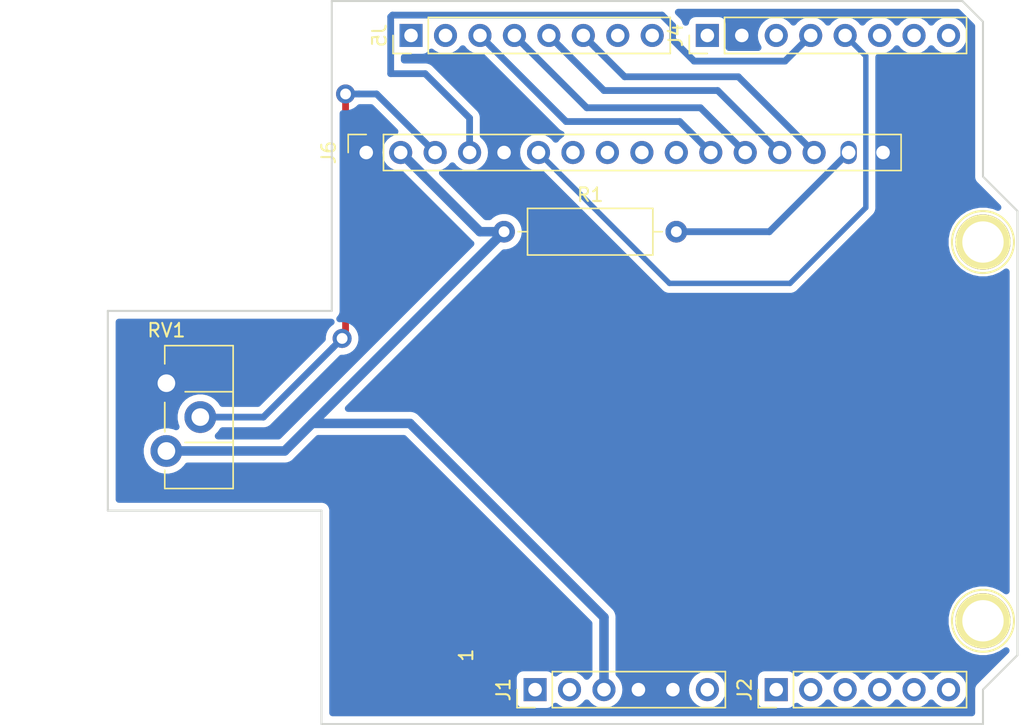
<source format=kicad_pcb>
(kicad_pcb (version 20171130) (host pcbnew 5.1.2-f72e74a~84~ubuntu16.04.1)

  (general
    (thickness 1.6)
    (drawings 31)
    (tracks 53)
    (zones 0)
    (modules 9)
    (nets 35)
  )

  (page A4)
  (title_block
    (date "lun. 30 mars 2015")
  )

  (layers
    (0 F.Cu signal)
    (31 B.Cu signal)
    (32 B.Adhes user)
    (33 F.Adhes user)
    (34 B.Paste user)
    (35 F.Paste user)
    (36 B.SilkS user)
    (37 F.SilkS user)
    (38 B.Mask user)
    (39 F.Mask user)
    (40 Dwgs.User user)
    (41 Cmts.User user)
    (42 Eco1.User user)
    (43 Eco2.User user)
    (44 Edge.Cuts user)
    (45 Margin user)
    (46 B.CrtYd user)
    (47 F.CrtYd user)
    (48 B.Fab user)
    (49 F.Fab user)
  )

  (setup
    (last_trace_width 0.5)
    (user_trace_width 0.25)
    (user_trace_width 0.5)
    (trace_clearance 0.2)
    (zone_clearance 0.5)
    (zone_45_only no)
    (trace_min 0.2)
    (via_size 0.6)
    (via_drill 0.4)
    (via_min_size 0.4)
    (via_min_drill 0.3)
    (uvia_size 0.3)
    (uvia_drill 0.1)
    (uvias_allowed no)
    (uvia_min_size 0.2)
    (uvia_min_drill 0.1)
    (edge_width 0.15)
    (segment_width 0.15)
    (pcb_text_width 0.3)
    (pcb_text_size 1.5 1.5)
    (mod_edge_width 0.15)
    (mod_text_size 1 1)
    (mod_text_width 0.15)
    (pad_size 1.7 1.2)
    (pad_drill 1)
    (pad_to_mask_clearance 0)
    (solder_mask_min_width 0.25)
    (aux_axis_origin 18.288 69.723)
    (grid_origin 110.998 73.025)
    (visible_elements FFFFFF7F)
    (pcbplotparams
      (layerselection 0x01000_fffffffe)
      (usegerberextensions false)
      (usegerberattributes false)
      (usegerberadvancedattributes false)
      (creategerberjobfile false)
      (excludeedgelayer true)
      (linewidth 0.100000)
      (plotframeref false)
      (viasonmask false)
      (mode 1)
      (useauxorigin true)
      (hpglpennumber 1)
      (hpglpenspeed 20)
      (hpglpendiameter 15.000000)
      (psnegative false)
      (psa4output false)
      (plotreference true)
      (plotvalue true)
      (plotinvisibletext false)
      (padsonsilk false)
      (subtractmaskfromsilk false)
      (outputformat 1)
      (mirror false)
      (drillshape 0)
      (scaleselection 1)
      (outputdirectory "Gerber/"))
  )

  (net 0 "")
  (net 1 +5V)
  (net 2 GND)
  (net 3 "Net-(P6-Pad1)")
  (net 4 "Net-(P8-Pad1)")
  (net 5 +3V3)
  (net 6 Vin)
  (net 7 RESET)
  (net 8 A5)
  (net 9 A4)
  (net 10 A3)
  (net 11 A2)
  (net 12 A1)
  (net 13 A0)
  (net 14 D8)
  (net 15 D9)
  (net 16 D10)
  (net 17 D11)
  (net 18 D12)
  (net 19 D13)
  (net 20 AREF)
  (net 21 D0)
  (net 22 D1)
  (net 23 D2)
  (net 24 D3)
  (net 25 D4)
  (net 26 D5)
  (net 27 D6)
  (net 28 D7)
  (net 29 "Net-(J6-Pad15)")
  (net 30 "Net-(J6-Pad10)")
  (net 31 "Net-(J6-Pad9)")
  (net 32 "Net-(J6-Pad8)")
  (net 33 "Net-(J6-Pad7)")
  (net 34 "Net-(J6-Pad3)")

  (net_class Default "This is the default net class."
    (clearance 0.2)
    (trace_width 0.5)
    (via_dia 0.6)
    (via_drill 0.4)
    (uvia_dia 0.3)
    (uvia_drill 0.1)
    (add_net A0)
    (add_net A1)
    (add_net A2)
    (add_net A3)
    (add_net A4)
    (add_net A5)
    (add_net AREF)
    (add_net D0)
    (add_net D1)
    (add_net D10)
    (add_net D11)
    (add_net D12)
    (add_net D13)
    (add_net D2)
    (add_net D3)
    (add_net D4)
    (add_net D5)
    (add_net D6)
    (add_net D7)
    (add_net D8)
    (add_net D9)
    (add_net GND)
    (add_net "Net-(J6-Pad10)")
    (add_net "Net-(J6-Pad15)")
    (add_net "Net-(J6-Pad3)")
    (add_net "Net-(J6-Pad7)")
    (add_net "Net-(J6-Pad8)")
    (add_net "Net-(J6-Pad9)")
    (add_net "Net-(P6-Pad1)")
    (add_net "Net-(P8-Pad1)")
    (add_net RESET)
    (add_net Vin)
  )

  (net_class Power ""
    (clearance 0.4)
    (trace_width 0.7)
    (via_dia 0.6)
    (via_drill 0.4)
    (uvia_dia 0.3)
    (uvia_drill 0.1)
    (diff_pair_width 0.5)
    (diff_pair_gap 0.5)
    (add_net +3V3)
    (add_net +5V)
  )

  (module Potentiometer_THT:Potentiometer_Piher_PT-10-H01_Horizontal (layer F.Cu) (tedit 5A3D4993) (tstamp 5D29018C)
    (at 24.13 44.577)
    (descr "Potentiometer, horizontal, Piher PT-10-H01, http://www.piher-nacesa.com/pdf/12-PT10v03.pdf")
    (tags "Potentiometer horizontal Piher PT-10-H01")
    (path /5D249600)
    (fp_text reference RV1 (at 0 -3.9) (layer F.SilkS)
      (effects (font (size 1 1) (thickness 0.15)))
    )
    (fp_text value R_POT_TRIM_US (at 0 8.9) (layer F.Fab)
      (effects (font (size 1 1) (thickness 0.15)))
    )
    (fp_line (start 4.8 -2.65) (end 4.8 7.65) (layer F.Fab) (width 0.1))
    (fp_line (start 4.8 7.65) (end 0 7.65) (layer F.Fab) (width 0.1))
    (fp_line (start 0 7.65) (end 0 -2.65) (layer F.Fab) (width 0.1))
    (fp_line (start 0 -2.65) (end 4.8 -2.65) (layer F.Fab) (width 0.1))
    (fp_line (start 0 0.75) (end 0 4.25) (layer F.Fab) (width 0.1))
    (fp_line (start 0 4.25) (end 4.8 4.25) (layer F.Fab) (width 0.1))
    (fp_line (start 4.8 4.25) (end 4.8 0.75) (layer F.Fab) (width 0.1))
    (fp_line (start 4.8 0.75) (end 0 0.75) (layer F.Fab) (width 0.1))
    (fp_line (start -0.121 -2.771) (end 4.92 -2.771) (layer F.SilkS) (width 0.12))
    (fp_line (start -0.121 7.77) (end 4.92 7.77) (layer F.SilkS) (width 0.12))
    (fp_line (start 4.92 -2.771) (end 4.92 7.77) (layer F.SilkS) (width 0.12))
    (fp_line (start -0.121 6.425) (end -0.121 7.77) (layer F.SilkS) (width 0.12))
    (fp_line (start -0.121 -2.771) (end -0.121 -1.426) (layer F.SilkS) (width 0.12))
    (fp_line (start -0.121 1.426) (end -0.121 3.575) (layer F.SilkS) (width 0.12))
    (fp_line (start 1.381 0.63) (end 4.92 0.63) (layer F.SilkS) (width 0.12))
    (fp_line (start 1.381 4.37) (end 4.92 4.37) (layer F.SilkS) (width 0.12))
    (fp_line (start -0.121 1.426) (end -0.121 3.575) (layer F.SilkS) (width 0.12))
    (fp_line (start 4.92 0.63) (end 4.92 4.37) (layer F.SilkS) (width 0.12))
    (fp_line (start -1.45 -2.95) (end -1.45 7.9) (layer F.CrtYd) (width 0.05))
    (fp_line (start -1.45 7.9) (end 5.05 7.9) (layer F.CrtYd) (width 0.05))
    (fp_line (start 5.05 7.9) (end 5.05 -2.95) (layer F.CrtYd) (width 0.05))
    (fp_line (start 5.05 -2.95) (end -1.45 -2.95) (layer F.CrtYd) (width 0.05))
    (fp_text user %R (at 2.4 2.5) (layer F.Fab)
      (effects (font (size 1 1) (thickness 0.15)))
    )
    (pad 3 thru_hole circle (at 0 5) (size 2.34 2.34) (drill 1.3) (layers *.Cu *.Mask)
      (net 1 +5V))
    (pad 2 thru_hole circle (at 2.5 2.5) (size 2.34 2.34) (drill 1.3) (layers *.Cu *.Mask)
      (net 34 "Net-(J6-Pad3)"))
    (pad 1 thru_hole circle (at 0 0) (size 2.34 2.34) (drill 1.3) (layers *.Cu *.Mask)
      (net 2 GND))
    (model ${KISYS3DMOD}/Potentiometer_THT.3dshapes/Potentiometer_Piher_PT-10-H01_Horizontal.wrl
      (at (xyz 0 0 0))
      (scale (xyz 1 1 1))
      (rotate (xyz 0 0 0))
    )
  )

  (module Resistor_THT:R_Axial_DIN0309_L9.0mm_D3.2mm_P12.70mm_Horizontal (layer F.Cu) (tedit 5AE5139B) (tstamp 5D1B6BE4)
    (at 49.022 33.401)
    (descr "Resistor, Axial_DIN0309 series, Axial, Horizontal, pin pitch=12.7mm, 0.5W = 1/2W, length*diameter=9*3.2mm^2, http://cdn-reichelt.de/documents/datenblatt/B400/1_4W%23YAG.pdf")
    (tags "Resistor Axial_DIN0309 series Axial Horizontal pin pitch 12.7mm 0.5W = 1/2W length 9mm diameter 3.2mm")
    (path /5D276386)
    (fp_text reference R1 (at 6.35 -2.72) (layer F.SilkS)
      (effects (font (size 1 1) (thickness 0.15)))
    )
    (fp_text value 220 (at 6.35 2.72) (layer F.Fab)
      (effects (font (size 1 1) (thickness 0.15)))
    )
    (fp_text user %R (at 6.35 0) (layer F.Fab)
      (effects (font (size 1 1) (thickness 0.15)))
    )
    (fp_line (start 13.75 -1.85) (end -1.05 -1.85) (layer F.CrtYd) (width 0.05))
    (fp_line (start 13.75 1.85) (end 13.75 -1.85) (layer F.CrtYd) (width 0.05))
    (fp_line (start -1.05 1.85) (end 13.75 1.85) (layer F.CrtYd) (width 0.05))
    (fp_line (start -1.05 -1.85) (end -1.05 1.85) (layer F.CrtYd) (width 0.05))
    (fp_line (start 11.66 0) (end 10.97 0) (layer F.SilkS) (width 0.12))
    (fp_line (start 1.04 0) (end 1.73 0) (layer F.SilkS) (width 0.12))
    (fp_line (start 10.97 -1.72) (end 1.73 -1.72) (layer F.SilkS) (width 0.12))
    (fp_line (start 10.97 1.72) (end 10.97 -1.72) (layer F.SilkS) (width 0.12))
    (fp_line (start 1.73 1.72) (end 10.97 1.72) (layer F.SilkS) (width 0.12))
    (fp_line (start 1.73 -1.72) (end 1.73 1.72) (layer F.SilkS) (width 0.12))
    (fp_line (start 12.7 0) (end 10.85 0) (layer F.Fab) (width 0.1))
    (fp_line (start 0 0) (end 1.85 0) (layer F.Fab) (width 0.1))
    (fp_line (start 10.85 -1.6) (end 1.85 -1.6) (layer F.Fab) (width 0.1))
    (fp_line (start 10.85 1.6) (end 10.85 -1.6) (layer F.Fab) (width 0.1))
    (fp_line (start 1.85 1.6) (end 10.85 1.6) (layer F.Fab) (width 0.1))
    (fp_line (start 1.85 -1.6) (end 1.85 1.6) (layer F.Fab) (width 0.1))
    (pad 2 thru_hole oval (at 12.7 0) (size 1.6 1.6) (drill 0.8) (layers *.Cu *.Mask)
      (net 29 "Net-(J6-Pad15)"))
    (pad 1 thru_hole circle (at 0 0) (size 1.6 1.6) (drill 0.8) (layers *.Cu *.Mask)
      (net 1 +5V))
    (model ${KISYS3DMOD}/Resistor_THT.3dshapes/R_Axial_DIN0309_L9.0mm_D3.2mm_P12.70mm_Horizontal.wrl
      (at (xyz 0 0 0))
      (scale (xyz 1 1 1))
      (rotate (xyz 0 0 0))
    )
  )

  (module Connector_PinSocket_2.54mm:PinSocket_1x16_P2.54mm_Vertical (layer F.Cu) (tedit 5D1F04E9) (tstamp 5D1B6E8F)
    (at 38.862 27.559 90)
    (descr "Through hole straight socket strip, 1x16, 2.54mm pitch, single row (from Kicad 4.0.7), script generated")
    (tags "Through hole socket strip THT 1x16 2.54mm single row")
    (path /5D22B720)
    (fp_text reference J6 (at 0 -2.77 90) (layer F.SilkS)
      (effects (font (size 1 1) (thickness 0.15)))
    )
    (fp_text value Conn_01x16 (at 0 40.87 90) (layer F.Fab)
      (effects (font (size 1 1) (thickness 0.15)))
    )
    (fp_text user %R (at 0 19.05) (layer F.Fab)
      (effects (font (size 1 1) (thickness 0.15)))
    )
    (fp_line (start -1.8 39.9) (end -1.8 -1.8) (layer F.CrtYd) (width 0.05))
    (fp_line (start 1.75 39.9) (end -1.8 39.9) (layer F.CrtYd) (width 0.05))
    (fp_line (start 1.75 -1.8) (end 1.75 39.9) (layer F.CrtYd) (width 0.05))
    (fp_line (start -1.8 -1.8) (end 1.75 -1.8) (layer F.CrtYd) (width 0.05))
    (fp_line (start 0 -1.33) (end 1.33 -1.33) (layer F.SilkS) (width 0.12))
    (fp_line (start 1.33 -1.33) (end 1.33 0) (layer F.SilkS) (width 0.12))
    (fp_line (start 1.33 1.27) (end 1.33 39.43) (layer F.SilkS) (width 0.12))
    (fp_line (start -1.33 39.43) (end 1.33 39.43) (layer F.SilkS) (width 0.12))
    (fp_line (start -1.33 1.27) (end -1.33 39.43) (layer F.SilkS) (width 0.12))
    (fp_line (start -1.33 1.27) (end 1.33 1.27) (layer F.SilkS) (width 0.12))
    (fp_line (start -1.27 39.37) (end -1.27 -1.27) (layer F.Fab) (width 0.1))
    (fp_line (start 1.27 39.37) (end -1.27 39.37) (layer F.Fab) (width 0.1))
    (fp_line (start 1.27 -0.635) (end 1.27 39.37) (layer F.Fab) (width 0.1))
    (fp_line (start 0.635 -1.27) (end 1.27 -0.635) (layer F.Fab) (width 0.1))
    (fp_line (start -1.27 -1.27) (end 0.635 -1.27) (layer F.Fab) (width 0.1))
    (pad 16 thru_hole oval (at 0 38.1 90) (size 1.7 1.1) (drill 1) (layers *.Cu *.Mask)
      (net 2 GND))
    (pad 15 thru_hole oval (at 0 35.56 90) (size 1.7 1.2) (drill 1) (layers *.Cu *.Mask)
      (net 29 "Net-(J6-Pad15)"))
    (pad 14 thru_hole oval (at 0 33.02 90) (size 1.7 1.7) (drill 1) (layers *.Cu *.Mask)
      (net 23 D2))
    (pad 13 thru_hole oval (at 0 30.48 90) (size 1.7 1.7) (drill 1) (layers *.Cu *.Mask)
      (net 24 D3))
    (pad 12 thru_hole oval (at 0 27.94 90) (size 1.7 1.7) (drill 1) (layers *.Cu *.Mask)
      (net 25 D4))
    (pad 11 thru_hole oval (at 0 25.4 90) (size 1.7 1.7) (drill 1) (layers *.Cu *.Mask)
      (net 26 D5))
    (pad 10 thru_hole oval (at 0 22.86 90) (size 1.7 1.7) (drill 1) (layers *.Cu *.Mask)
      (net 30 "Net-(J6-Pad10)"))
    (pad 9 thru_hole oval (at 0 20.32 90) (size 1.7 1.7) (drill 1) (layers *.Cu *.Mask)
      (net 31 "Net-(J6-Pad9)"))
    (pad 8 thru_hole oval (at 0 17.78 90) (size 1.7 1.7) (drill 1) (layers *.Cu *.Mask)
      (net 32 "Net-(J6-Pad8)"))
    (pad 7 thru_hole oval (at 0 15.24 90) (size 1.7 1.7) (drill 1) (layers *.Cu *.Mask)
      (net 33 "Net-(J6-Pad7)"))
    (pad 6 thru_hole oval (at 0 12.7 90) (size 1.7 1.7) (drill 1) (layers *.Cu *.Mask)
      (net 17 D11))
    (pad 5 thru_hole oval (at 0 10.16 90) (size 1.7 1.7) (drill 1) (layers *.Cu *.Mask)
      (net 2 GND))
    (pad 4 thru_hole oval (at 0 7.62 90) (size 1.7 1.7) (drill 1) (layers *.Cu *.Mask)
      (net 18 D12))
    (pad 3 thru_hole oval (at 0 5.08 90) (size 1.7 1.7) (drill 1) (layers *.Cu *.Mask)
      (net 34 "Net-(J6-Pad3)"))
    (pad 2 thru_hole oval (at 0 2.54 90) (size 1.7 1.7) (drill 1) (layers *.Cu *.Mask)
      (net 1 +5V))
    (pad 1 thru_hole rect (at 0 0 90) (size 1.7 1.7) (drill 1) (layers *.Cu *.Mask)
      (net 2 GND))
    (model ${KISYS3DMOD}/Connector_PinSocket_2.54mm.3dshapes/PinSocket_1x16_P2.54mm_Vertical.wrl
      (at (xyz 0 0 0))
      (scale (xyz 1 1 1))
      (rotate (xyz 0 0 0))
    )
  )

  (module Connector_PinHeader_2.54mm:PinHeader_1x08_P2.54mm_Vertical (layer F.Cu) (tedit 5D1B9FFC) (tstamp 5D1B6E30)
    (at 42.165 18.923 90)
    (descr "Through hole straight pin header, 1x08, 2.54mm pitch, single row")
    (tags "Through hole pin header THT 1x08 2.54mm single row")
    (path /5D1B4BFD)
    (fp_text reference J5 (at 0 -2.33 90) (layer F.SilkS)
      (effects (font (size 1 1) (thickness 0.15)) (justify mirror))
    )
    (fp_text value Digital (at 0 20.11 180) (layer F.Fab)
      (effects (font (size 1 1) (thickness 0.15)))
    )
    (fp_text user %R (at 0 8.89) (layer F.Fab)
      (effects (font (size 1 1) (thickness 0.15)))
    )
    (fp_line (start 1.8 -1.8) (end -1.8 -1.8) (layer F.CrtYd) (width 0.05))
    (fp_line (start 1.8 19.55) (end 1.8 -1.8) (layer F.CrtYd) (width 0.05))
    (fp_line (start -1.8 19.55) (end 1.8 19.55) (layer F.CrtYd) (width 0.05))
    (fp_line (start -1.8 -1.8) (end -1.8 19.55) (layer F.CrtYd) (width 0.05))
    (fp_line (start -1.33 -1.33) (end 0 -1.33) (layer F.SilkS) (width 0.12))
    (fp_line (start -1.33 0) (end -1.33 -1.33) (layer F.SilkS) (width 0.12))
    (fp_line (start -1.33 1.27) (end 1.33 1.27) (layer F.SilkS) (width 0.12))
    (fp_line (start 1.33 1.27) (end 1.33 19.11) (layer F.SilkS) (width 0.12))
    (fp_line (start -1.33 1.27) (end -1.33 19.11) (layer F.SilkS) (width 0.12))
    (fp_line (start -1.33 19.11) (end 1.33 19.11) (layer F.SilkS) (width 0.12))
    (fp_line (start -1.27 -0.635) (end -0.635 -1.27) (layer F.Fab) (width 0.1))
    (fp_line (start -1.27 19.05) (end -1.27 -0.635) (layer F.Fab) (width 0.1))
    (fp_line (start 1.27 19.05) (end -1.27 19.05) (layer F.Fab) (width 0.1))
    (fp_line (start 1.27 -1.27) (end 1.27 19.05) (layer F.Fab) (width 0.1))
    (fp_line (start -0.635 -1.27) (end 1.27 -1.27) (layer F.Fab) (width 0.1))
    (pad 8 thru_hole oval (at 0 17.78 90) (size 1.7 1.7) (drill 1) (layers *.Cu *.Mask)
      (net 21 D0))
    (pad 7 thru_hole oval (at 0 15.24 90) (size 1.7 1.7) (drill 1) (layers *.Cu *.Mask)
      (net 22 D1))
    (pad 6 thru_hole oval (at 0 12.7 90) (size 1.7 1.7) (drill 1) (layers *.Cu *.Mask)
      (net 23 D2))
    (pad 5 thru_hole oval (at 0 10.16 90) (size 1.7 1.7) (drill 1) (layers *.Cu *.Mask)
      (net 24 D3))
    (pad 4 thru_hole oval (at 0 7.62 90) (size 1.7 1.7) (drill 1) (layers *.Cu *.Mask)
      (net 25 D4))
    (pad 3 thru_hole oval (at 0 5.08 90) (size 1.7 1.7) (drill 1) (layers *.Cu *.Mask)
      (net 26 D5))
    (pad 2 thru_hole oval (at 0 2.54 90) (size 1.7 1.7) (drill 1) (layers *.Cu *.Mask)
      (net 27 D6))
    (pad 1 thru_hole rect (at 0 0 90) (size 1.7 1.7) (drill 1) (layers *.Cu *.Mask)
      (net 28 D7))
    (model ${KISYS3DMOD}/Connector_PinHeader_2.54mm.3dshapes/PinHeader_1x08_P2.54mm_Vertical.wrl
      (at (xyz 0 0 0))
      (scale (xyz 1 1 1))
      (rotate (xyz 0 0 0))
    )
  )

  (module Connector_PinHeader_2.54mm:PinHeader_1x08_P2.54mm_Vertical (layer F.Cu) (tedit 59FED5CC) (tstamp 5D1B6B9C)
    (at 64.008 18.923 90)
    (descr "Through hole straight pin header, 1x08, 2.54mm pitch, single row")
    (tags "Through hole pin header THT 1x08 2.54mm single row")
    (path /5D1B3CEA)
    (fp_text reference J4 (at 0 -2.33 90) (layer F.SilkS)
      (effects (font (size 1 1) (thickness 0.15)))
    )
    (fp_text value Digital (at 0 20.11 90) (layer F.Fab)
      (effects (font (size 1 1) (thickness 0.15)))
    )
    (fp_text user %R (at 0 8.89) (layer F.Fab)
      (effects (font (size 1 1) (thickness 0.15)))
    )
    (fp_line (start 1.8 -1.8) (end -1.8 -1.8) (layer F.CrtYd) (width 0.05))
    (fp_line (start 1.8 19.55) (end 1.8 -1.8) (layer F.CrtYd) (width 0.05))
    (fp_line (start -1.8 19.55) (end 1.8 19.55) (layer F.CrtYd) (width 0.05))
    (fp_line (start -1.8 -1.8) (end -1.8 19.55) (layer F.CrtYd) (width 0.05))
    (fp_line (start -1.33 -1.33) (end 0 -1.33) (layer F.SilkS) (width 0.12))
    (fp_line (start -1.33 0) (end -1.33 -1.33) (layer F.SilkS) (width 0.12))
    (fp_line (start -1.33 1.27) (end 1.33 1.27) (layer F.SilkS) (width 0.12))
    (fp_line (start 1.33 1.27) (end 1.33 19.11) (layer F.SilkS) (width 0.12))
    (fp_line (start -1.33 1.27) (end -1.33 19.11) (layer F.SilkS) (width 0.12))
    (fp_line (start -1.33 19.11) (end 1.33 19.11) (layer F.SilkS) (width 0.12))
    (fp_line (start -1.27 -0.635) (end -0.635 -1.27) (layer F.Fab) (width 0.1))
    (fp_line (start -1.27 19.05) (end -1.27 -0.635) (layer F.Fab) (width 0.1))
    (fp_line (start 1.27 19.05) (end -1.27 19.05) (layer F.Fab) (width 0.1))
    (fp_line (start 1.27 -1.27) (end 1.27 19.05) (layer F.Fab) (width 0.1))
    (fp_line (start -0.635 -1.27) (end 1.27 -1.27) (layer F.Fab) (width 0.1))
    (pad 8 thru_hole oval (at 0 17.78 90) (size 1.7 1.7) (drill 1) (layers *.Cu *.Mask)
      (net 14 D8))
    (pad 7 thru_hole oval (at 0 15.24 90) (size 1.7 1.7) (drill 1) (layers *.Cu *.Mask)
      (net 15 D9))
    (pad 6 thru_hole oval (at 0 12.7 90) (size 1.7 1.7) (drill 1) (layers *.Cu *.Mask)
      (net 16 D10))
    (pad 5 thru_hole oval (at 0 10.16 90) (size 1.7 1.7) (drill 1) (layers *.Cu *.Mask)
      (net 17 D11))
    (pad 4 thru_hole oval (at 0 7.62 90) (size 1.7 1.7) (drill 1) (layers *.Cu *.Mask)
      (net 18 D12))
    (pad 3 thru_hole oval (at 0 5.08 90) (size 1.7 1.7) (drill 1) (layers *.Cu *.Mask)
      (net 19 D13))
    (pad 2 thru_hole oval (at 0 2.54 90) (size 1.7 1.7) (drill 1) (layers *.Cu *.Mask)
      (net 2 GND))
    (pad 1 thru_hole rect (at 0 0 90) (size 1.7 1.7) (drill 1) (layers *.Cu *.Mask)
      (net 20 AREF))
    (model ${KISYS3DMOD}/Connector_PinHeader_2.54mm.3dshapes/PinHeader_1x08_P2.54mm_Vertical.wrl
      (at (xyz 0 0 0))
      (scale (xyz 1 1 1))
      (rotate (xyz 0 0 0))
    )
  )

  (module Connector_PinHeader_2.54mm:PinHeader_1x06_P2.54mm_Vertical (layer F.Cu) (tedit 59FED5CC) (tstamp 5D1B6C24)
    (at 69.088 67.183 90)
    (descr "Through hole straight pin header, 1x06, 2.54mm pitch, single row")
    (tags "Through hole pin header THT 1x06 2.54mm single row")
    (path /5D1B2F8F)
    (fp_text reference J2 (at 0 -2.33 90) (layer F.SilkS)
      (effects (font (size 1 1) (thickness 0.15)))
    )
    (fp_text value Analog (at 0 15.03 90) (layer F.Fab)
      (effects (font (size 1 1) (thickness 0.15)))
    )
    (fp_text user %R (at 0 6.35) (layer F.Fab)
      (effects (font (size 1 1) (thickness 0.15)))
    )
    (fp_line (start 1.8 -1.8) (end -1.8 -1.8) (layer F.CrtYd) (width 0.05))
    (fp_line (start 1.8 14.5) (end 1.8 -1.8) (layer F.CrtYd) (width 0.05))
    (fp_line (start -1.8 14.5) (end 1.8 14.5) (layer F.CrtYd) (width 0.05))
    (fp_line (start -1.8 -1.8) (end -1.8 14.5) (layer F.CrtYd) (width 0.05))
    (fp_line (start -1.33 -1.33) (end 0 -1.33) (layer F.SilkS) (width 0.12))
    (fp_line (start -1.33 0) (end -1.33 -1.33) (layer F.SilkS) (width 0.12))
    (fp_line (start -1.33 1.27) (end 1.33 1.27) (layer F.SilkS) (width 0.12))
    (fp_line (start 1.33 1.27) (end 1.33 14.03) (layer F.SilkS) (width 0.12))
    (fp_line (start -1.33 1.27) (end -1.33 14.03) (layer F.SilkS) (width 0.12))
    (fp_line (start -1.33 14.03) (end 1.33 14.03) (layer F.SilkS) (width 0.12))
    (fp_line (start -1.27 -0.635) (end -0.635 -1.27) (layer F.Fab) (width 0.1))
    (fp_line (start -1.27 13.97) (end -1.27 -0.635) (layer F.Fab) (width 0.1))
    (fp_line (start 1.27 13.97) (end -1.27 13.97) (layer F.Fab) (width 0.1))
    (fp_line (start 1.27 -1.27) (end 1.27 13.97) (layer F.Fab) (width 0.1))
    (fp_line (start -0.635 -1.27) (end 1.27 -1.27) (layer F.Fab) (width 0.1))
    (pad 6 thru_hole oval (at 0 12.7 90) (size 1.7 1.7) (drill 1) (layers *.Cu *.Mask)
      (net 8 A5))
    (pad 5 thru_hole oval (at 0 10.16 90) (size 1.7 1.7) (drill 1) (layers *.Cu *.Mask)
      (net 9 A4))
    (pad 4 thru_hole oval (at 0 7.62 90) (size 1.7 1.7) (drill 1) (layers *.Cu *.Mask)
      (net 10 A3))
    (pad 3 thru_hole oval (at 0 5.08 90) (size 1.7 1.7) (drill 1) (layers *.Cu *.Mask)
      (net 11 A2))
    (pad 2 thru_hole oval (at 0 2.54 90) (size 1.7 1.7) (drill 1) (layers *.Cu *.Mask)
      (net 12 A1))
    (pad 1 thru_hole rect (at 0 0 90) (size 1.7 1.7) (drill 1) (layers *.Cu *.Mask)
      (net 13 A0))
    (model ${KISYS3DMOD}/Connector_PinHeader_2.54mm.3dshapes/PinHeader_1x06_P2.54mm_Vertical.wrl
      (at (xyz 0 0 0))
      (scale (xyz 1 1 1))
      (rotate (xyz 0 0 0))
    )
  )

  (module Connector_PinHeader_2.54mm:PinHeader_1x06_P2.54mm_Vertical (layer F.Cu) (tedit 59FED5CC) (tstamp 5D1B6C72)
    (at 51.308 67.183 90)
    (descr "Through hole straight pin header, 1x06, 2.54mm pitch, single row")
    (tags "Through hole pin header THT 1x06 2.54mm single row")
    (path /5D1B1A67)
    (fp_text reference J1 (at 0 -2.33 90) (layer F.SilkS)
      (effects (font (size 1 1) (thickness 0.15)))
    )
    (fp_text value Power (at 0 15.03 90) (layer F.Fab)
      (effects (font (size 1 1) (thickness 0.15)))
    )
    (fp_text user %R (at 0 6.35) (layer F.Fab)
      (effects (font (size 1 1) (thickness 0.15)))
    )
    (fp_line (start 1.8 -1.8) (end -1.8 -1.8) (layer F.CrtYd) (width 0.05))
    (fp_line (start 1.8 14.5) (end 1.8 -1.8) (layer F.CrtYd) (width 0.05))
    (fp_line (start -1.8 14.5) (end 1.8 14.5) (layer F.CrtYd) (width 0.05))
    (fp_line (start -1.8 -1.8) (end -1.8 14.5) (layer F.CrtYd) (width 0.05))
    (fp_line (start -1.33 -1.33) (end 0 -1.33) (layer F.SilkS) (width 0.12))
    (fp_line (start -1.33 0) (end -1.33 -1.33) (layer F.SilkS) (width 0.12))
    (fp_line (start -1.33 1.27) (end 1.33 1.27) (layer F.SilkS) (width 0.12))
    (fp_line (start 1.33 1.27) (end 1.33 14.03) (layer F.SilkS) (width 0.12))
    (fp_line (start -1.33 1.27) (end -1.33 14.03) (layer F.SilkS) (width 0.12))
    (fp_line (start -1.33 14.03) (end 1.33 14.03) (layer F.SilkS) (width 0.12))
    (fp_line (start -1.27 -0.635) (end -0.635 -1.27) (layer F.Fab) (width 0.1))
    (fp_line (start -1.27 13.97) (end -1.27 -0.635) (layer F.Fab) (width 0.1))
    (fp_line (start 1.27 13.97) (end -1.27 13.97) (layer F.Fab) (width 0.1))
    (fp_line (start 1.27 -1.27) (end 1.27 13.97) (layer F.Fab) (width 0.1))
    (fp_line (start -0.635 -1.27) (end 1.27 -1.27) (layer F.Fab) (width 0.1))
    (pad 6 thru_hole oval (at 0 12.7 90) (size 1.7 1.7) (drill 1) (layers *.Cu *.Mask)
      (net 6 Vin))
    (pad 5 thru_hole oval (at 0 10.16 90) (size 1.7 1.7) (drill 1) (layers *.Cu *.Mask)
      (net 2 GND))
    (pad 4 thru_hole oval (at 0 7.62 90) (size 1.7 1.7) (drill 1) (layers *.Cu *.Mask)
      (net 2 GND))
    (pad 3 thru_hole oval (at 0 5.08 90) (size 1.7 1.7) (drill 1) (layers *.Cu *.Mask)
      (net 1 +5V))
    (pad 2 thru_hole oval (at 0 2.54 90) (size 1.7 1.7) (drill 1) (layers *.Cu *.Mask)
      (net 5 +3V3))
    (pad 1 thru_hole rect (at 0 0 90) (size 1.7 1.7) (drill 1) (layers *.Cu *.Mask)
      (net 7 RESET))
    (model ${KISYS3DMOD}/Connector_PinHeader_2.54mm.3dshapes/PinHeader_1x06_P2.54mm_Vertical.wrl
      (at (xyz 0 0 0))
      (scale (xyz 1 1 1))
      (rotate (xyz 0 0 0))
    )
  )

  (module Socket_Arduino_Uno:Arduino_1pin locked (layer F.Cu) (tedit 5524FC4A) (tstamp 5D1B6D51)
    (at 84.328 62.103)
    (descr "module 1 pin (ou trou mecanique de percage)")
    (tags DEV)
    (path /56D71274)
    (fp_text reference P6 (at 0 -3.048) (layer F.SilkS) hide
      (effects (font (size 1 1) (thickness 0.15)))
    )
    (fp_text value CONN_01X01 (at 0 2.794) (layer F.Fab) hide
      (effects (font (size 1 1) (thickness 0.15)))
    )
    (fp_circle (center 0 0) (end 0 -2.286) (layer F.SilkS) (width 0.15))
    (pad 1 thru_hole circle (at 0 0) (size 4.064 4.064) (drill 3.048) (layers *.Cu *.Mask F.SilkS)
      (net 3 "Net-(P6-Pad1)"))
  )

  (module Socket_Arduino_Uno:Arduino_1pin locked (layer F.Cu) (tedit 5524FC41) (tstamp 5D1B6D33)
    (at 84.328 34.163)
    (descr "module 1 pin (ou trou mecanique de percage)")
    (tags DEV)
    (path /56D712DB)
    (fp_text reference P8 (at 0 -3.048) (layer F.SilkS) hide
      (effects (font (size 1 1) (thickness 0.15)))
    )
    (fp_text value CONN_01X01 (at 0 2.794) (layer F.Fab) hide
      (effects (font (size 1 1) (thickness 0.15)))
    )
    (fp_circle (center 0 0) (end 0 -2.286) (layer F.SilkS) (width 0.15))
    (pad 1 thru_hole circle (at 0 0) (size 4.064 4.064) (drill 3.048) (layers *.Cu *.Mask F.SilkS)
      (net 4 "Net-(P8-Pad1)"))
  )

  (gr_line (start 35.56 53.975) (end 35.56 69.723) (layer Edge.Cuts) (width 0.15))
  (gr_line (start 19.812 53.975) (end 35.56 53.975) (layer Edge.Cuts) (width 0.15))
  (gr_line (start 19.812 39.243) (end 19.812 53.975) (layer Edge.Cuts) (width 0.15))
  (gr_line (start 36.322 39.243) (end 19.812 39.243) (layer Edge.Cuts) (width 0.15))
  (gr_line (start 36.322 16.383) (end 36.322 39.243) (layer Edge.Cuts) (width 0.15))
  (gr_text 1 (at 46.228 64.643 90) (layer F.SilkS) (tstamp 5D1B6DDA)
    (effects (font (size 1 1) (thickness 0.15)))
  )
  (gr_circle (center 24.638 20.32) (end 25.908 20.32) (layer Dwgs.User) (width 0.15) (tstamp 5D1B6E67))
  (gr_line (start 21.717 22.352) (end 21.717 18.288) (angle 90) (layer Dwgs.User) (width 0.15) (tstamp 5D1B6D5C))
  (gr_line (start 27.559 22.352) (end 21.717 22.352) (angle 90) (layer Dwgs.User) (width 0.15) (tstamp 5D1B6D9B))
  (gr_line (start 27.559 18.288) (end 27.559 22.352) (angle 90) (layer Dwgs.User) (width 0.15) (tstamp 5D1B6D98))
  (gr_line (start 21.717 18.288) (end 27.559 18.288) (angle 90) (layer Dwgs.User) (width 0.15) (tstamp 5D1B6D95))
  (gr_line (start 27.813 37.338) (end 11.938 37.338) (angle 90) (layer Dwgs.User) (width 0.15) (tstamp 5D1B6D92))
  (gr_line (start 84.328 17.907) (end 82.804 16.383) (angle 90) (layer Edge.Cuts) (width 0.15) (tstamp 5D1B6D8F))
  (gr_line (start 84.328 29.337) (end 84.328 17.907) (angle 90) (layer Edge.Cuts) (width 0.15) (tstamp 5D1B6D8C))
  (gr_line (start 86.868 31.877) (end 84.328 29.337) (angle 90) (layer Edge.Cuts) (width 0.15) (tstamp 5D1B6D89))
  (gr_line (start 86.868 64.643) (end 86.868 31.877) (angle 90) (layer Edge.Cuts) (width 0.15) (tstamp 5D1B6D86))
  (gr_line (start 84.328 67.183) (end 86.868 64.643) (angle 90) (layer Edge.Cuts) (width 0.15) (tstamp 5D1B6D83))
  (gr_line (start 84.328 69.723) (end 84.328 67.183) (angle 90) (layer Edge.Cuts) (width 0.15) (tstamp 5D1B6D80))
  (gr_line (start 35.56 69.723) (end 84.328 69.723) (angle 90) (layer Edge.Cuts) (width 0.15) (tstamp 5D1B6D7D))
  (gr_line (start 82.804 16.383) (end 36.322 16.383) (angle 90) (layer Edge.Cuts) (width 0.15) (tstamp 5D2905CB))
  (gr_line (start 80.645 45.593) (end 80.645 37.973) (angle 90) (layer Dwgs.User) (width 0.15) (tstamp 5D1B6DBC))
  (gr_line (start 85.725 45.593) (end 80.645 45.593) (angle 90) (layer Dwgs.User) (width 0.15) (tstamp 5D1B6DB9))
  (gr_line (start 85.725 37.973) (end 85.725 45.593) (angle 90) (layer Dwgs.User) (width 0.15) (tstamp 5D1B6DB6))
  (gr_line (start 80.645 37.973) (end 85.725 37.973) (angle 90) (layer Dwgs.User) (width 0.15) (tstamp 5D1B6DB3))
  (gr_line (start 16.383 66.548) (end 16.383 57.658) (angle 90) (layer Dwgs.User) (width 0.15) (tstamp 5D1B6DB0))
  (gr_line (start 29.718 66.548) (end 16.383 66.548) (angle 90) (layer Dwgs.User) (width 0.15) (tstamp 5D1B6DAD))
  (gr_line (start 29.718 57.658) (end 29.718 66.548) (angle 90) (layer Dwgs.User) (width 0.15) (tstamp 5D1B6DAA))
  (gr_line (start 16.383 57.658) (end 29.718 57.658) (angle 90) (layer Dwgs.User) (width 0.15) (tstamp 5D1B6DA7))
  (gr_line (start 11.938 37.338) (end 11.938 25.908) (angle 90) (layer Dwgs.User) (width 0.15) (tstamp 5D1B6DA4))
  (gr_line (start 27.813 25.908) (end 27.813 37.338) (angle 90) (layer Dwgs.User) (width 0.15) (tstamp 5D1B6DA1))
  (gr_line (start 11.938 25.908) (end 27.813 25.908) (angle 90) (layer Dwgs.User) (width 0.15) (tstamp 5D1B6D9E))

  (segment (start 47.244 33.401) (end 41.402 27.559) (width 0.7) (layer B.Cu) (net 1))
  (segment (start 49.022 33.401) (end 47.244 33.401) (width 0.7) (layer B.Cu) (net 1))
  (segment (start 34.878 47.545) (end 49.022 33.401) (width 0.7) (layer B.Cu) (net 1))
  (segment (start 56.388 67.183) (end 56.388 61.849) (width 0.7) (layer B.Cu) (net 1))
  (segment (start 56.388 61.849) (end 42.084 47.545) (width 0.7) (layer B.Cu) (net 1))
  (segment (start 42.084 47.545) (end 34.878 47.545) (width 0.7) (layer B.Cu) (net 1) (tstamp 5D2905A6))
  (segment (start 32.846 49.577) (end 24.13 49.577) (width 0.7) (layer B.Cu) (net 1))
  (segment (start 34.878 47.545) (end 32.846 49.577) (width 0.7) (layer B.Cu) (net 1))
  (segment (start 61.214 37.211) (end 52.411999 28.408999) (width 0.4) (layer B.Cu) (net 17))
  (segment (start 74.168 18.923) (end 75.692 20.447) (width 0.4) (layer B.Cu) (net 17))
  (segment (start 52.411999 28.408999) (end 51.562 27.559) (width 0.4) (layer B.Cu) (net 17))
  (segment (start 75.692 20.447) (end 75.692 31.623) (width 0.4) (layer B.Cu) (net 17))
  (segment (start 75.692 31.623) (end 70.104 37.211) (width 0.4) (layer B.Cu) (net 17))
  (segment (start 70.104 37.211) (end 61.214 37.211) (width 0.4) (layer B.Cu) (net 17))
  (segment (start 60.665001 17.422999) (end 40.794999 17.422999) (width 0.5) (layer B.Cu) (net 18))
  (segment (start 61.445001 18.202999) (end 60.665001 17.422999) (width 0.5) (layer B.Cu) (net 18))
  (segment (start 63.031989 20.816991) (end 61.445001 19.230003) (width 0.5) (layer B.Cu) (net 18))
  (segment (start 61.445001 19.230003) (end 61.445001 18.202999) (width 0.5) (layer B.Cu) (net 18))
  (segment (start 71.628 18.923) (end 69.734009 20.816991) (width 0.5) (layer B.Cu) (net 18))
  (segment (start 69.734009 20.816991) (end 63.031989 20.816991) (width 0.5) (layer B.Cu) (net 18))
  (segment (start 40.794999 17.422999) (end 40.664999 17.552999) (width 0.5) (layer B.Cu) (net 18))
  (segment (start 40.664999 17.552999) (end 40.664999 21.741999) (width 0.5) (layer B.Cu) (net 18))
  (segment (start 46.482 27.559) (end 46.482 25.019) (width 0.5) (layer B.Cu) (net 18))
  (segment (start 43.204999 21.741999) (end 40.664999 21.741999) (width 0.5) (layer B.Cu) (net 18))
  (segment (start 46.482 25.019) (end 43.204999 21.741999) (width 0.5) (layer B.Cu) (net 18))
  (segment (start 55.714999 19.772999) (end 54.865 18.923) (width 0.5) (layer B.Cu) (net 23))
  (segment (start 66.294 21.971) (end 57.913 21.971) (width 0.5) (layer B.Cu) (net 23))
  (segment (start 57.913 21.971) (end 55.714999 19.772999) (width 0.5) (layer B.Cu) (net 23))
  (segment (start 71.882 27.559) (end 66.294 21.971) (width 0.5) (layer B.Cu) (net 23))
  (segment (start 53.174999 19.772999) (end 52.325 18.923) (width 0.5) (layer B.Cu) (net 24))
  (segment (start 56.389 22.987) (end 53.174999 19.772999) (width 0.5) (layer B.Cu) (net 24))
  (segment (start 64.77 22.987) (end 56.389 22.987) (width 0.5) (layer B.Cu) (net 24))
  (segment (start 69.342 27.559) (end 64.77 22.987) (width 0.5) (layer B.Cu) (net 24))
  (segment (start 50.634999 19.772999) (end 49.785 18.923) (width 0.5) (layer B.Cu) (net 25))
  (segment (start 55.119 24.257) (end 50.634999 19.772999) (width 0.5) (layer B.Cu) (net 25))
  (segment (start 63.5 24.257) (end 55.119 24.257) (width 0.5) (layer B.Cu) (net 25))
  (segment (start 66.802 27.559) (end 63.5 24.257) (width 0.5) (layer B.Cu) (net 25))
  (segment (start 53.595 25.273) (end 48.094999 19.772999) (width 0.5) (layer B.Cu) (net 26))
  (segment (start 48.094999 19.772999) (end 47.245 18.923) (width 0.5) (layer B.Cu) (net 26))
  (segment (start 61.976 25.273) (end 53.595 25.273) (width 0.5) (layer B.Cu) (net 26))
  (segment (start 64.262 27.559) (end 61.976 25.273) (width 0.5) (layer B.Cu) (net 26))
  (segment (start 68.58 33.401) (end 74.422 27.559) (width 0.5) (layer B.Cu) (net 29))
  (segment (start 61.722 33.401) (end 68.58 33.401) (width 0.5) (layer B.Cu) (net 29))
  (via (at 37.338004 23.241) (size 1.4) (drill 0.8) (layers F.Cu B.Cu) (net 34))
  (segment (start 39.624 23.241) (end 38.327953 23.241) (width 0.5) (layer B.Cu) (net 34))
  (segment (start 38.327953 23.241) (end 37.338004 23.241) (width 0.5) (layer B.Cu) (net 34))
  (segment (start 43.942 27.559) (end 39.624 23.241) (width 0.5) (layer B.Cu) (net 34))
  (segment (start 31.282 47.077) (end 36.384001 41.974999) (width 0.5) (layer B.Cu) (net 34))
  (via (at 37.084 41.275) (size 1.4) (drill 0.8) (layers F.Cu B.Cu) (net 34))
  (segment (start 26.63 47.077) (end 31.282 47.077) (width 0.5) (layer B.Cu) (net 34))
  (segment (start 36.384001 41.974999) (end 37.084 41.275) (width 0.5) (layer B.Cu) (net 34))
  (segment (start 37.338004 23.241) (end 37.338004 41.020996) (width 0.5) (layer F.Cu) (net 34))
  (segment (start 37.338004 41.020996) (end 37.084 41.275) (width 0.5) (layer F.Cu) (net 34))

  (zone (net 2) (net_name GND) (layer B.Cu) (tstamp 5D1F0370) (hatch edge 0.508)
    (connect_pads yes (clearance 0.5))
    (min_thickness 0.5)
    (fill yes (arc_segments 32) (thermal_gap 0.508) (thermal_bridge_width 0.508))
    (polygon
      (pts
        (xy 19.812 69.723) (xy 19.558 16.383) (xy 87.376 16.383) (xy 87.122 69.723)
      )
    )
    (filled_polygon
      (pts
        (xy 83.503001 18.248727) (xy 83.503 29.296487) (xy 83.49901 29.337) (xy 83.503 29.377513) (xy 83.503 29.37752)
        (xy 83.514938 29.498727) (xy 83.562112 29.65424) (xy 83.638719 29.797562) (xy 83.741815 29.923185) (xy 83.773296 29.949021)
        (xy 85.434307 31.610033) (xy 85.139479 31.487911) (xy 84.602003 31.381) (xy 84.053997 31.381) (xy 83.516521 31.487911)
        (xy 83.010229 31.697624) (xy 82.554578 32.002079) (xy 82.167079 32.389578) (xy 81.862624 32.845229) (xy 81.652911 33.351521)
        (xy 81.546 33.888997) (xy 81.546 34.437003) (xy 81.652911 34.974479) (xy 81.862624 35.480771) (xy 82.167079 35.936422)
        (xy 82.554578 36.323921) (xy 83.010229 36.628376) (xy 83.516521 36.838089) (xy 84.053997 36.945) (xy 84.602003 36.945)
        (xy 85.139479 36.838089) (xy 85.645771 36.628376) (xy 86.043001 36.362957) (xy 86.043 59.903043) (xy 85.645771 59.637624)
        (xy 85.139479 59.427911) (xy 84.602003 59.321) (xy 84.053997 59.321) (xy 83.516521 59.427911) (xy 83.010229 59.637624)
        (xy 82.554578 59.942079) (xy 82.167079 60.329578) (xy 81.862624 60.785229) (xy 81.652911 61.291521) (xy 81.546 61.828997)
        (xy 81.546 62.377003) (xy 81.652911 62.914479) (xy 81.862624 63.420771) (xy 82.167079 63.876422) (xy 82.554578 64.263921)
        (xy 83.010229 64.568376) (xy 83.516521 64.778089) (xy 84.053997 64.885) (xy 84.602003 64.885) (xy 85.139479 64.778089)
        (xy 85.645771 64.568376) (xy 86.037928 64.306346) (xy 83.773291 66.570984) (xy 83.741816 66.596815) (xy 83.63872 66.722437)
        (xy 83.562113 66.865759) (xy 83.514938 67.021272) (xy 83.49901 67.183) (xy 83.503001 67.223523) (xy 83.503 68.898)
        (xy 36.385 68.898) (xy 36.385 54.015521) (xy 36.388991 53.975) (xy 36.373062 53.813272) (xy 36.325888 53.657759)
        (xy 36.249281 53.514437) (xy 36.146185 53.388815) (xy 36.020563 53.285719) (xy 35.877241 53.209112) (xy 35.721728 53.161938)
        (xy 35.600521 53.15) (xy 35.56 53.146009) (xy 35.519479 53.15) (xy 20.637 53.15) (xy 20.637 40.068)
        (xy 36.280472 40.068) (xy 36.159679 40.148711) (xy 35.957711 40.350679) (xy 35.799027 40.588167) (xy 35.689723 40.852051)
        (xy 35.634 41.132187) (xy 35.634 41.310787) (xy 30.867788 46.077) (xy 28.270986 46.077) (xy 28.121361 45.853071)
        (xy 27.853929 45.585639) (xy 27.539461 45.375518) (xy 27.190043 45.230785) (xy 26.819103 45.157) (xy 26.440897 45.157)
        (xy 26.069957 45.230785) (xy 25.720539 45.375518) (xy 25.406071 45.585639) (xy 25.138639 45.853071) (xy 24.928518 46.167539)
        (xy 24.783785 46.516957) (xy 24.71 46.887897) (xy 24.71 47.266103) (xy 24.783785 47.637043) (xy 24.85007 47.79707)
        (xy 24.690043 47.730785) (xy 24.319103 47.657) (xy 23.940897 47.657) (xy 23.569957 47.730785) (xy 23.220539 47.875518)
        (xy 22.906071 48.085639) (xy 22.638639 48.353071) (xy 22.428518 48.667539) (xy 22.283785 49.016957) (xy 22.21 49.387897)
        (xy 22.21 49.766103) (xy 22.283785 50.137043) (xy 22.428518 50.486461) (xy 22.638639 50.800929) (xy 22.906071 51.068361)
        (xy 23.220539 51.278482) (xy 23.569957 51.423215) (xy 23.940897 51.497) (xy 24.319103 51.497) (xy 24.690043 51.423215)
        (xy 25.039461 51.278482) (xy 25.353929 51.068361) (xy 25.621361 50.800929) (xy 25.704168 50.677) (xy 32.791966 50.677)
        (xy 32.846 50.682322) (xy 32.900034 50.677) (xy 32.900036 50.677) (xy 33.061638 50.661084) (xy 33.268988 50.598184)
        (xy 33.460084 50.496042) (xy 33.627581 50.358581) (xy 33.662033 50.316601) (xy 35.333635 48.645) (xy 41.628366 48.645)
        (xy 55.288001 62.304636) (xy 55.288 66.015917) (xy 55.251155 66.046155) (xy 55.118 66.208405) (xy 54.984845 66.046155)
        (xy 54.741213 65.846212) (xy 54.463256 65.697641) (xy 54.161655 65.606151) (xy 53.926597 65.583) (xy 53.769403 65.583)
        (xy 53.534345 65.606151) (xy 53.232744 65.697641) (xy 52.954787 65.846212) (xy 52.811205 65.964046) (xy 52.784619 65.914307)
        (xy 52.690895 65.800105) (xy 52.576693 65.706381) (xy 52.446401 65.636739) (xy 52.305026 65.593853) (xy 52.158 65.579372)
        (xy 50.458 65.579372) (xy 50.310974 65.593853) (xy 50.169599 65.636739) (xy 50.039307 65.706381) (xy 49.925105 65.800105)
        (xy 49.831381 65.914307) (xy 49.761739 66.044599) (xy 49.718853 66.185974) (xy 49.704372 66.333) (xy 49.704372 68.033)
        (xy 49.718853 68.180026) (xy 49.761739 68.321401) (xy 49.831381 68.451693) (xy 49.925105 68.565895) (xy 50.039307 68.659619)
        (xy 50.169599 68.729261) (xy 50.310974 68.772147) (xy 50.458 68.786628) (xy 52.158 68.786628) (xy 52.305026 68.772147)
        (xy 52.446401 68.729261) (xy 52.576693 68.659619) (xy 52.690895 68.565895) (xy 52.784619 68.451693) (xy 52.811205 68.401954)
        (xy 52.954787 68.519788) (xy 53.232744 68.668359) (xy 53.534345 68.759849) (xy 53.769403 68.783) (xy 53.926597 68.783)
        (xy 54.161655 68.759849) (xy 54.463256 68.668359) (xy 54.741213 68.519788) (xy 54.984845 68.319845) (xy 55.118 68.157595)
        (xy 55.251155 68.319845) (xy 55.494787 68.519788) (xy 55.772744 68.668359) (xy 56.074345 68.759849) (xy 56.309403 68.783)
        (xy 56.466597 68.783) (xy 56.701655 68.759849) (xy 57.003256 68.668359) (xy 57.281213 68.519788) (xy 57.524845 68.319845)
        (xy 57.724788 68.076213) (xy 57.873359 67.798256) (xy 57.964849 67.496655) (xy 57.995741 67.183) (xy 62.400259 67.183)
        (xy 62.431151 67.496655) (xy 62.522641 67.798256) (xy 62.671212 68.076213) (xy 62.871155 68.319845) (xy 63.114787 68.519788)
        (xy 63.392744 68.668359) (xy 63.694345 68.759849) (xy 63.929403 68.783) (xy 64.086597 68.783) (xy 64.321655 68.759849)
        (xy 64.623256 68.668359) (xy 64.901213 68.519788) (xy 65.144845 68.319845) (xy 65.344788 68.076213) (xy 65.493359 67.798256)
        (xy 65.584849 67.496655) (xy 65.615741 67.183) (xy 65.584849 66.869345) (xy 65.493359 66.567744) (xy 65.367886 66.333)
        (xy 67.484372 66.333) (xy 67.484372 68.033) (xy 67.498853 68.180026) (xy 67.541739 68.321401) (xy 67.611381 68.451693)
        (xy 67.705105 68.565895) (xy 67.819307 68.659619) (xy 67.949599 68.729261) (xy 68.090974 68.772147) (xy 68.238 68.786628)
        (xy 69.938 68.786628) (xy 70.085026 68.772147) (xy 70.226401 68.729261) (xy 70.356693 68.659619) (xy 70.470895 68.565895)
        (xy 70.564619 68.451693) (xy 70.591205 68.401954) (xy 70.734787 68.519788) (xy 71.012744 68.668359) (xy 71.314345 68.759849)
        (xy 71.549403 68.783) (xy 71.706597 68.783) (xy 71.941655 68.759849) (xy 72.243256 68.668359) (xy 72.521213 68.519788)
        (xy 72.764845 68.319845) (xy 72.898 68.157595) (xy 73.031155 68.319845) (xy 73.274787 68.519788) (xy 73.552744 68.668359)
        (xy 73.854345 68.759849) (xy 74.089403 68.783) (xy 74.246597 68.783) (xy 74.481655 68.759849) (xy 74.783256 68.668359)
        (xy 75.061213 68.519788) (xy 75.304845 68.319845) (xy 75.438 68.157595) (xy 75.571155 68.319845) (xy 75.814787 68.519788)
        (xy 76.092744 68.668359) (xy 76.394345 68.759849) (xy 76.629403 68.783) (xy 76.786597 68.783) (xy 77.021655 68.759849)
        (xy 77.323256 68.668359) (xy 77.601213 68.519788) (xy 77.844845 68.319845) (xy 77.978 68.157595) (xy 78.111155 68.319845)
        (xy 78.354787 68.519788) (xy 78.632744 68.668359) (xy 78.934345 68.759849) (xy 79.169403 68.783) (xy 79.326597 68.783)
        (xy 79.561655 68.759849) (xy 79.863256 68.668359) (xy 80.141213 68.519788) (xy 80.384845 68.319845) (xy 80.518 68.157595)
        (xy 80.651155 68.319845) (xy 80.894787 68.519788) (xy 81.172744 68.668359) (xy 81.474345 68.759849) (xy 81.709403 68.783)
        (xy 81.866597 68.783) (xy 82.101655 68.759849) (xy 82.403256 68.668359) (xy 82.681213 68.519788) (xy 82.924845 68.319845)
        (xy 83.124788 68.076213) (xy 83.273359 67.798256) (xy 83.364849 67.496655) (xy 83.395741 67.183) (xy 83.364849 66.869345)
        (xy 83.273359 66.567744) (xy 83.124788 66.289787) (xy 82.924845 66.046155) (xy 82.681213 65.846212) (xy 82.403256 65.697641)
        (xy 82.101655 65.606151) (xy 81.866597 65.583) (xy 81.709403 65.583) (xy 81.474345 65.606151) (xy 81.172744 65.697641)
        (xy 80.894787 65.846212) (xy 80.651155 66.046155) (xy 80.518 66.208405) (xy 80.384845 66.046155) (xy 80.141213 65.846212)
        (xy 79.863256 65.697641) (xy 79.561655 65.606151) (xy 79.326597 65.583) (xy 79.169403 65.583) (xy 78.934345 65.606151)
        (xy 78.632744 65.697641) (xy 78.354787 65.846212) (xy 78.111155 66.046155) (xy 77.978 66.208405) (xy 77.844845 66.046155)
        (xy 77.601213 65.846212) (xy 77.323256 65.697641) (xy 77.021655 65.606151) (xy 76.786597 65.583) (xy 76.629403 65.583)
        (xy 76.394345 65.606151) (xy 76.092744 65.697641) (xy 75.814787 65.846212) (xy 75.571155 66.046155) (xy 75.438 66.208405)
        (xy 75.304845 66.046155) (xy 75.061213 65.846212) (xy 74.783256 65.697641) (xy 74.481655 65.606151) (xy 74.246597 65.583)
        (xy 74.089403 65.583) (xy 73.854345 65.606151) (xy 73.552744 65.697641) (xy 73.274787 65.846212) (xy 73.031155 66.046155)
        (xy 72.898 66.208405) (xy 72.764845 66.046155) (xy 72.521213 65.846212) (xy 72.243256 65.697641) (xy 71.941655 65.606151)
        (xy 71.706597 65.583) (xy 71.549403 65.583) (xy 71.314345 65.606151) (xy 71.012744 65.697641) (xy 70.734787 65.846212)
        (xy 70.591205 65.964046) (xy 70.564619 65.914307) (xy 70.470895 65.800105) (xy 70.356693 65.706381) (xy 70.226401 65.636739)
        (xy 70.085026 65.593853) (xy 69.938 65.579372) (xy 68.238 65.579372) (xy 68.090974 65.593853) (xy 67.949599 65.636739)
        (xy 67.819307 65.706381) (xy 67.705105 65.800105) (xy 67.611381 65.914307) (xy 67.541739 66.044599) (xy 67.498853 66.185974)
        (xy 67.484372 66.333) (xy 65.367886 66.333) (xy 65.344788 66.289787) (xy 65.144845 66.046155) (xy 64.901213 65.846212)
        (xy 64.623256 65.697641) (xy 64.321655 65.606151) (xy 64.086597 65.583) (xy 63.929403 65.583) (xy 63.694345 65.606151)
        (xy 63.392744 65.697641) (xy 63.114787 65.846212) (xy 62.871155 66.046155) (xy 62.671212 66.289787) (xy 62.522641 66.567744)
        (xy 62.431151 66.869345) (xy 62.400259 67.183) (xy 57.995741 67.183) (xy 57.964849 66.869345) (xy 57.873359 66.567744)
        (xy 57.724788 66.289787) (xy 57.524845 66.046155) (xy 57.488 66.015917) (xy 57.488 61.903034) (xy 57.493322 61.849)
        (xy 57.488 61.794964) (xy 57.472084 61.633362) (xy 57.409184 61.426012) (xy 57.307042 61.234916) (xy 57.169581 61.067419)
        (xy 57.127606 61.032971) (xy 42.900033 46.805399) (xy 42.865581 46.763419) (xy 42.698084 46.625958) (xy 42.506988 46.523816)
        (xy 42.299638 46.460916) (xy 42.138036 46.445) (xy 42.138034 46.445) (xy 42.084 46.439678) (xy 42.029966 46.445)
        (xy 37.533634 46.445) (xy 49.027634 34.951) (xy 49.174662 34.951) (xy 49.474118 34.891435) (xy 49.7562 34.774592)
        (xy 50.010068 34.604964) (xy 50.225964 34.389068) (xy 50.395592 34.1352) (xy 50.512435 33.853118) (xy 50.572 33.553662)
        (xy 50.572 33.248338) (xy 50.512435 32.948882) (xy 50.395592 32.6668) (xy 50.225964 32.412932) (xy 50.010068 32.197036)
        (xy 49.7562 32.027408) (xy 49.474118 31.910565) (xy 49.174662 31.851) (xy 48.869338 31.851) (xy 48.569882 31.910565)
        (xy 48.2878 32.027408) (xy 48.033932 32.197036) (xy 47.929968 32.301) (xy 47.699634 32.301) (xy 44.469587 29.070953)
        (xy 44.557256 29.044359) (xy 44.835213 28.895788) (xy 45.078845 28.695845) (xy 45.212 28.533595) (xy 45.345155 28.695845)
        (xy 45.588787 28.895788) (xy 45.866744 29.044359) (xy 46.168345 29.135849) (xy 46.403403 29.159) (xy 46.560597 29.159)
        (xy 46.795655 29.135849) (xy 47.097256 29.044359) (xy 47.375213 28.895788) (xy 47.618845 28.695845) (xy 47.818788 28.452213)
        (xy 47.967359 28.174256) (xy 48.058849 27.872655) (xy 48.089741 27.559) (xy 48.058849 27.245345) (xy 47.967359 26.943744)
        (xy 47.818788 26.665787) (xy 47.618845 26.422155) (xy 47.482 26.30985) (xy 47.482 25.068117) (xy 47.486838 25.018999)
        (xy 47.473981 24.888465) (xy 47.46753 24.822966) (xy 47.410349 24.634465) (xy 47.317492 24.460742) (xy 47.192528 24.308472)
        (xy 47.154368 24.277155) (xy 43.946848 21.069636) (xy 43.915527 21.031471) (xy 43.763257 20.906507) (xy 43.589534 20.81365)
        (xy 43.401033 20.756469) (xy 43.254119 20.741999) (xy 43.204999 20.737161) (xy 43.155879 20.741999) (xy 41.664999 20.741999)
        (xy 41.664999 20.526628) (xy 43.015 20.526628) (xy 43.162026 20.512147) (xy 43.303401 20.469261) (xy 43.433693 20.399619)
        (xy 43.547895 20.305895) (xy 43.641619 20.191693) (xy 43.668205 20.141954) (xy 43.811787 20.259788) (xy 44.089744 20.408359)
        (xy 44.391345 20.499849) (xy 44.626403 20.523) (xy 44.783597 20.523) (xy 45.018655 20.499849) (xy 45.320256 20.408359)
        (xy 45.598213 20.259788) (xy 45.841845 20.059845) (xy 45.975 19.897595) (xy 46.108155 20.059845) (xy 46.351787 20.259788)
        (xy 46.629744 20.408359) (xy 46.931345 20.499849) (xy 47.166403 20.523) (xy 47.323597 20.523) (xy 47.421176 20.513389)
        (xy 47.422625 20.514838) (xy 47.422631 20.514843) (xy 52.853155 25.945368) (xy 52.884472 25.983528) (xy 53.036742 26.108492)
        (xy 53.172554 26.181085) (xy 53.210465 26.201349) (xy 53.234295 26.208578) (xy 53.208787 26.222212) (xy 52.965155 26.422155)
        (xy 52.832 26.584405) (xy 52.698845 26.422155) (xy 52.455213 26.222212) (xy 52.177256 26.073641) (xy 51.875655 25.982151)
        (xy 51.640597 25.959) (xy 51.483403 25.959) (xy 51.248345 25.982151) (xy 50.946744 26.073641) (xy 50.668787 26.222212)
        (xy 50.425155 26.422155) (xy 50.225212 26.665787) (xy 50.076641 26.943744) (xy 49.985151 27.245345) (xy 49.954259 27.559)
        (xy 49.985151 27.872655) (xy 50.076641 28.174256) (xy 50.225212 28.452213) (xy 50.425155 28.695845) (xy 50.668787 28.895788)
        (xy 50.946744 29.044359) (xy 51.248345 29.135849) (xy 51.483403 29.159) (xy 51.640597 29.159) (xy 51.802547 29.143049)
        (xy 60.509254 37.849757) (xy 60.538999 37.886001) (xy 60.575242 37.915745) (xy 60.575245 37.915748) (xy 60.652951 37.97952)
        (xy 60.683655 38.004718) (xy 60.848692 38.092932) (xy 61.027768 38.147254) (xy 61.167335 38.161) (xy 61.167345 38.161)
        (xy 61.213999 38.165595) (xy 61.260654 38.161) (xy 70.057346 38.161) (xy 70.104 38.165595) (xy 70.150654 38.161)
        (xy 70.150665 38.161) (xy 70.290232 38.147254) (xy 70.469308 38.092932) (xy 70.634345 38.004718) (xy 70.779001 37.886001)
        (xy 70.80875 37.849752) (xy 76.330757 32.327746) (xy 76.367001 32.298001) (xy 76.449862 32.197036) (xy 76.485717 32.153346)
        (xy 76.511031 32.105987) (xy 76.573932 31.988308) (xy 76.628254 31.809232) (xy 76.642 31.669665) (xy 76.642 31.669656)
        (xy 76.646595 31.623001) (xy 76.642 31.576346) (xy 76.642 20.523) (xy 76.786597 20.523) (xy 77.021655 20.499849)
        (xy 77.323256 20.408359) (xy 77.601213 20.259788) (xy 77.844845 20.059845) (xy 77.978 19.897595) (xy 78.111155 20.059845)
        (xy 78.354787 20.259788) (xy 78.632744 20.408359) (xy 78.934345 20.499849) (xy 79.169403 20.523) (xy 79.326597 20.523)
        (xy 79.561655 20.499849) (xy 79.863256 20.408359) (xy 80.141213 20.259788) (xy 80.384845 20.059845) (xy 80.518 19.897595)
        (xy 80.651155 20.059845) (xy 80.894787 20.259788) (xy 81.172744 20.408359) (xy 81.474345 20.499849) (xy 81.709403 20.523)
        (xy 81.866597 20.523) (xy 82.101655 20.499849) (xy 82.403256 20.408359) (xy 82.681213 20.259788) (xy 82.924845 20.059845)
        (xy 83.124788 19.816213) (xy 83.273359 19.538256) (xy 83.364849 19.236655) (xy 83.395741 18.923) (xy 83.364849 18.609345)
        (xy 83.273359 18.307744) (xy 83.124788 18.029787) (xy 82.924845 17.786155) (xy 82.681213 17.586212) (xy 82.403256 17.437641)
        (xy 82.101655 17.346151) (xy 81.866597 17.323) (xy 81.709403 17.323) (xy 81.474345 17.346151) (xy 81.172744 17.437641)
        (xy 80.894787 17.586212) (xy 80.651155 17.786155) (xy 80.518 17.948405) (xy 80.384845 17.786155) (xy 80.141213 17.586212)
        (xy 79.863256 17.437641) (xy 79.561655 17.346151) (xy 79.326597 17.323) (xy 79.169403 17.323) (xy 78.934345 17.346151)
        (xy 78.632744 17.437641) (xy 78.354787 17.586212) (xy 78.111155 17.786155) (xy 77.978 17.948405) (xy 77.844845 17.786155)
        (xy 77.601213 17.586212) (xy 77.323256 17.437641) (xy 77.021655 17.346151) (xy 76.786597 17.323) (xy 76.629403 17.323)
        (xy 76.394345 17.346151) (xy 76.092744 17.437641) (xy 75.814787 17.586212) (xy 75.571155 17.786155) (xy 75.438 17.948405)
        (xy 75.304845 17.786155) (xy 75.061213 17.586212) (xy 74.783256 17.437641) (xy 74.481655 17.346151) (xy 74.246597 17.323)
        (xy 74.089403 17.323) (xy 73.854345 17.346151) (xy 73.552744 17.437641) (xy 73.274787 17.586212) (xy 73.031155 17.786155)
        (xy 72.898 17.948405) (xy 72.764845 17.786155) (xy 72.521213 17.586212) (xy 72.243256 17.437641) (xy 71.941655 17.346151)
        (xy 71.706597 17.323) (xy 71.549403 17.323) (xy 71.314345 17.346151) (xy 71.012744 17.437641) (xy 70.734787 17.586212)
        (xy 70.491155 17.786155) (xy 70.358 17.948405) (xy 70.224845 17.786155) (xy 69.981213 17.586212) (xy 69.703256 17.437641)
        (xy 69.401655 17.346151) (xy 69.166597 17.323) (xy 69.009403 17.323) (xy 68.774345 17.346151) (xy 68.472744 17.437641)
        (xy 68.194787 17.586212) (xy 67.951155 17.786155) (xy 67.751212 18.029787) (xy 67.602641 18.307744) (xy 67.511151 18.609345)
        (xy 67.480259 18.923) (xy 67.511151 19.236655) (xy 67.602641 19.538256) (xy 67.751212 19.816213) (xy 67.75185 19.816991)
        (xy 65.607295 19.816991) (xy 65.611628 19.773) (xy 65.611628 18.073) (xy 65.597147 17.925974) (xy 65.554261 17.784599)
        (xy 65.484619 17.654307) (xy 65.390895 17.540105) (xy 65.276693 17.446381) (xy 65.146401 17.376739) (xy 65.005026 17.333853)
        (xy 64.858 17.319372) (xy 63.158 17.319372) (xy 63.010974 17.333853) (xy 62.869599 17.376739) (xy 62.739307 17.446381)
        (xy 62.625105 17.540105) (xy 62.531381 17.654307) (xy 62.461739 17.784599) (xy 62.418853 17.925974) (xy 62.415694 17.958052)
        (xy 62.37335 17.818464) (xy 62.280493 17.644741) (xy 62.186841 17.530625) (xy 62.155529 17.492471) (xy 62.117374 17.461158)
        (xy 61.864215 17.208) (xy 82.462275 17.208)
      )
    )
    (filled_polygon
      (pts
        (xy 40.982919 26.014132) (xy 40.786744 26.073641) (xy 40.508787 26.222212) (xy 40.265155 26.422155) (xy 40.065212 26.665787)
        (xy 39.916641 26.943744) (xy 39.825151 27.245345) (xy 39.794259 27.559) (xy 39.825151 27.872655) (xy 39.916641 28.174256)
        (xy 40.065212 28.452213) (xy 40.265155 28.695845) (xy 40.508787 28.895788) (xy 40.786744 29.044359) (xy 41.088345 29.135849)
        (xy 41.323403 29.159) (xy 41.446366 29.159) (xy 46.427967 34.140601) (xy 46.462419 34.182581) (xy 46.584553 34.282813)
        (xy 34.138399 46.728967) (xy 34.096419 46.763419) (xy 34.061973 46.805392) (xy 32.390366 48.477) (xy 27.94529 48.477)
        (xy 28.121361 48.300929) (xy 28.270986 48.077) (xy 31.23288 48.077) (xy 31.282 48.081838) (xy 31.33112 48.077)
        (xy 31.478034 48.06253) (xy 31.666535 48.005349) (xy 31.840258 47.912492) (xy 31.992528 47.787528) (xy 32.023849 47.749363)
        (xy 37.048213 42.725) (xy 37.226813 42.725) (xy 37.506949 42.669277) (xy 37.770833 42.559973) (xy 38.008321 42.401289)
        (xy 38.210289 42.199321) (xy 38.368973 41.961833) (xy 38.478277 41.697949) (xy 38.534 41.417813) (xy 38.534 41.132187)
        (xy 38.478277 40.852051) (xy 38.368973 40.588167) (xy 38.210289 40.350679) (xy 38.008321 40.148711) (xy 37.770833 39.990027)
        (xy 37.506949 39.880723) (xy 37.226813 39.825) (xy 36.941187 39.825) (xy 36.904358 39.832326) (xy 36.908185 39.829185)
        (xy 37.011281 39.703563) (xy 37.087888 39.560241) (xy 37.135062 39.404728) (xy 37.147 39.283521) (xy 37.150991 39.243)
        (xy 37.147 39.202479) (xy 37.147 24.681414) (xy 37.195191 24.691) (xy 37.480817 24.691) (xy 37.760953 24.635277)
        (xy 38.024837 24.525973) (xy 38.262325 24.367289) (xy 38.388614 24.241) (xy 39.209788 24.241)
      )
    )
  )
)

</source>
